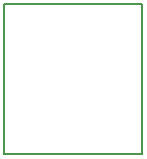
<source format=gbr>
G04 DipTrace 2.3.0.1*
%INBoardOutline.gbr*%
%MOIN*%
%ADD11C,0.006*%
%FSLAX44Y44*%
G04*
G70*
G90*
G75*
G01*
%LNBoardOutline*%
%LPD*%
X0Y0D2*
D11*
X4600D1*
Y5000D1*
X0D1*
Y0D1*
M02*

</source>
